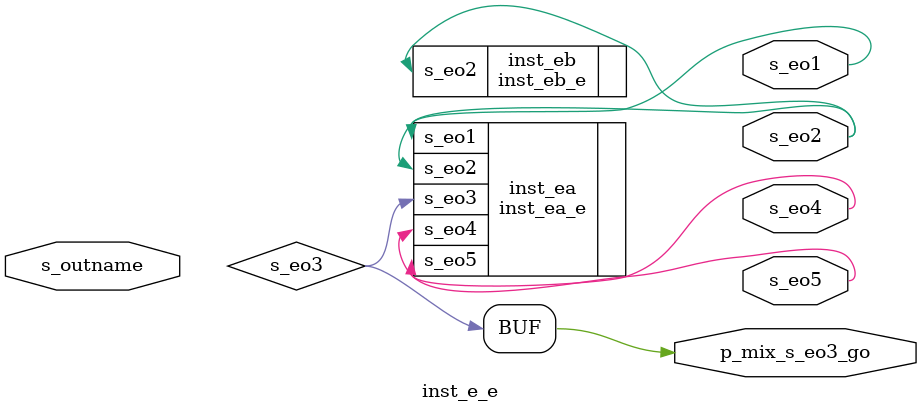
<source format=v>


`timescale 1ns/10ps




// No user `defines in this module


module inst_e_e
//
// Generated Module inst_e
//
	(
		p_mix_s_eo3_go,
		s_eo1,
		s_eo2,
		s_eo4,
		s_eo5,
		s_outname
	);

	// Generated Module Inputs:
		input		s_outname;
	// Generated Module Outputs:
		output		p_mix_s_eo3_go;
		output		s_eo1;
		output		s_eo2;
		output		s_eo4;
		output		s_eo5;
	// Generated Wires:
		wire		p_mix_s_eo3_go;
		wire		s_eo1;
		wire		s_eo2;
		wire		s_eo4;
		wire		s_eo5;
		wire		s_outname;
// End of generated module header


	// Internal signals

	//
	// Generated Signal List
	//
		wire		s_eo3; // __W_PORT_SIGNAL_MAP_REQ
	//
	// End of Generated Signal List
	//


	// %COMPILER_OPTS%

	//
	// Generated Signal Assignments
	//
		assign	p_mix_s_eo3_go	=	s_eo3;  // __I_O_BIT_PORT




	//
	// Generated Instances and Port Mappings
	//
		// Generated Instance Port Map for inst_ea
		inst_ea_e inst_ea (

			.s_eo1(s_eo1),
			.s_eo2(s_eo2),
			.s_eo3(s_eo3),
			.s_eo4(s_eo4),
			.s_eo5(s_eo5)
		);
		// End of Generated Instance Port Map for inst_ea

		// Generated Instance Port Map for inst_eb
		inst_eb_e inst_eb (
			.s_eo2(s_eo2)
		);
		// End of Generated Instance Port Map for inst_eb



endmodule
//
// End of Generated Module rtl of inst_e_e
//

//
//!End of Module/s
// --------------------------------------------------------------

</source>
